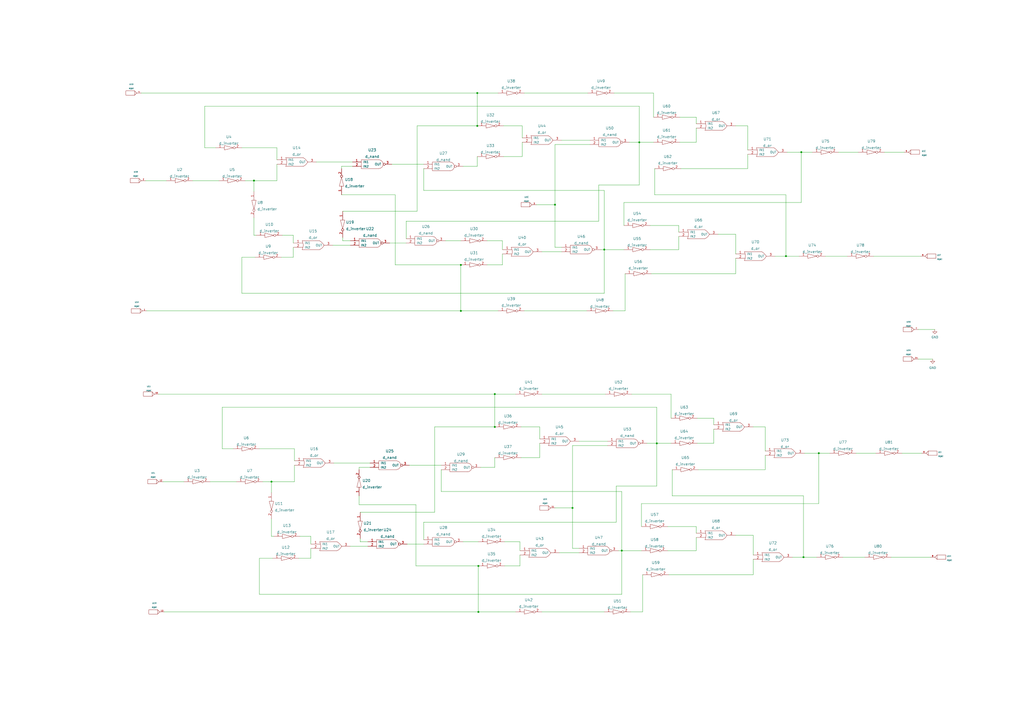
<source format=kicad_sch>
(kicad_sch (version 20211123) (generator eeschema)
  (paper "A2")
  (lib_symbols
    (symbol "eSim_Digital:d_inverter" (pin_names (offset 1.016))
      (property "Reference" "U" (at 0 -2.54 0))
      (property "Value" "d_inverter" (at 0 3.81 0))
      (symbol "d_inverter_0_1"
        (polyline (pts (xy -2.54 1.27) (xy -2.54 -1.27) (xy 2.54 0) (xy -2.54 1.27)))
      )
      (symbol "d_inverter_1_1"
        (pin input line (at -7.62 0 0) (length 5.08) (name "~") (number "1"))
        (pin output inverted (at 7.62 0 180) (length 5.08) (name "~") (number "2"))
      )
    )
    (symbol "eSim_Digital:d_nand" (pin_names (offset 1.016))
      (property "Reference" "U" (at 0 0 0))
      (property "Value" "d_nand" (at 1.27 2.54 0))
      (symbol "d_nand_0_1"
        (polyline (pts (xy 3.81 -1.27) (xy -6.35 -1.27) (xy -6.35 3.81) (xy 3.81 3.81)))
        (arc (start 3.81 -1.27) (mid 5.5897 -0.5171) (end 6.35 1.27))
        (arc (start 6.35 1.27) (mid 5.5971 3.0497) (end 3.81 3.81))
      )
      (symbol "d_nand_1_1"
        (pin input line (at -11.43 2.54 0) (length 5.08) (name "IN1") (number "1"))
        (pin input line (at -11.43 0 0) (length 5.08) (name "IN2") (number "2"))
        (pin output inverted (at 11.43 1.27 180) (length 5.08) (name "OUT") (number "3"))
      )
    )
    (symbol "eSim_Digital:d_or" (pin_names (offset 1.016))
      (property "Reference" "U" (at 0 0 0))
      (property "Value" "d_or" (at 0 2.54 0))
      (symbol "d_or_0_1"
        (arc (start -6.35 -1.27) (mid -5.7504 1.27) (end -6.35 3.81))
        (polyline (pts (xy -6.35 -1.27) (xy 3.81 -1.27)))
        (polyline (pts (xy -6.35 3.81) (xy 3.81 3.81)))
        (arc (start 3.81 -1.27) (mid 5.3181 -0.2399) (end 6.35 1.27))
        (arc (start 6.35 1.27) (mid 5.2222 2.6828) (end 3.81 3.81))
      )
      (symbol "d_or_1_1"
        (pin input line (at -11.43 2.54 0) (length 5.461) (name "IN1") (number "1"))
        (pin input line (at -11.43 0 0) (length 5.461) (name "IN2") (number "2"))
        (pin output line (at 11.43 1.27 180) (length 5.08) (name "OUT") (number "3"))
      )
    )
    (symbol "eSim_Miscellaneous:PORT" (pin_names (offset 1.016))
      (property "Reference" "U" (at 1.27 2.54 0))
      (property "Value" "PORT" (at 0 0 0))
      (symbol "PORT_0_1"
        (rectangle (start -2.54 1.27) (end 2.54 -1.27))
        (arc (start 2.54 1.27) (mid 3.1355 0.5955) (end 3.81 0))
        (arc (start 3.81 0) (mid 3.1447 -0.6046) (end 2.54 -1.27))
      )
      (symbol "PORT_1_1"
        (pin bidirectional line (at 6.35 0 180) (length 2.54) (name "~") (number "1"))
      )
      (symbol "PORT_2_1"
        (pin bidirectional line (at 6.35 0 180) (length 2.54) (name "~") (number "2"))
      )
      (symbol "PORT_3_1"
        (pin bidirectional line (at 6.35 0 180) (length 2.54) (name "~") (number "3"))
      )
      (symbol "PORT_4_1"
        (pin bidirectional line (at 6.35 0 180) (length 2.54) (name "~") (number "4"))
      )
      (symbol "PORT_5_1"
        (pin bidirectional line (at 6.35 0 180) (length 2.54) (name "~") (number "5"))
      )
      (symbol "PORT_6_1"
        (pin bidirectional line (at 6.35 0 180) (length 2.54) (name "~") (number "6"))
      )
      (symbol "PORT_7_1"
        (pin bidirectional line (at 6.35 0 180) (length 2.54) (name "~") (number "7"))
      )
      (symbol "PORT_8_1"
        (pin bidirectional line (at 6.35 0 180) (length 2.54) (name "~") (number "8"))
      )
      (symbol "PORT_9_1"
        (pin bidirectional line (at 6.35 0 180) (length 2.54) (name "~") (number "9"))
      )
      (symbol "PORT_10_1"
        (pin bidirectional line (at 6.35 0 180) (length 2.54) (name "~") (number "10"))
      )
      (symbol "PORT_11_1"
        (pin bidirectional line (at 6.35 0 180) (length 2.54) (name "~") (number "11"))
      )
      (symbol "PORT_12_1"
        (pin bidirectional line (at 6.35 0 180) (length 2.54) (name "~") (number "12"))
      )
      (symbol "PORT_13_1"
        (pin bidirectional line (at 6.35 0 180) (length 2.54) (name "~") (number "13"))
      )
      (symbol "PORT_14_1"
        (pin bidirectional line (at 6.35 0 180) (length 2.54) (name "~") (number "14"))
      )
      (symbol "PORT_15_1"
        (pin bidirectional line (at 6.35 0 180) (length 2.54) (name "~") (number "15"))
      )
      (symbol "PORT_16_1"
        (pin bidirectional line (at 6.35 0 180) (length 2.54) (name "~") (number "16"))
      )
      (symbol "PORT_17_1"
        (pin bidirectional line (at 6.35 0 180) (length 2.54) (name "~") (number "17"))
      )
      (symbol "PORT_18_1"
        (pin bidirectional line (at 6.35 0 180) (length 2.54) (name "~") (number "18"))
      )
      (symbol "PORT_19_1"
        (pin bidirectional line (at 6.35 0 180) (length 2.54) (name "~") (number "19"))
      )
      (symbol "PORT_20_1"
        (pin bidirectional line (at 6.35 0 180) (length 2.54) (name "~") (number "20"))
      )
      (symbol "PORT_21_1"
        (pin bidirectional line (at 6.35 0 180) (length 2.54) (name "~") (number "21"))
      )
      (symbol "PORT_22_1"
        (pin bidirectional line (at 6.35 0 180) (length 2.54) (name "~") (number "22"))
      )
      (symbol "PORT_23_1"
        (pin bidirectional line (at 6.35 0 180) (length 2.54) (name "~") (number "23"))
      )
      (symbol "PORT_24_1"
        (pin bidirectional line (at 6.35 0 180) (length 2.54) (name "~") (number "24"))
      )
      (symbol "PORT_25_1"
        (pin bidirectional line (at 6.35 0 180) (length 2.54) (name "~") (number "25"))
      )
      (symbol "PORT_26_1"
        (pin bidirectional line (at 6.35 0 180) (length 2.54) (name "~") (number "26"))
      )
    )
    (symbol "eSim_Power:eSim_GND" (power) (pin_names (offset 0))
      (property "Value" "eSim_GND" (at 0 -3.81 0))
      (symbol "eSim_GND_0_1"
        (polyline (pts (xy 0 0) (xy 0 -1.27) (xy 1.27 -1.27) (xy 0 -2.54) (xy -1.27 -1.27) (xy 0 -1.27)))
      )
      (symbol "eSim_GND_1_1"
        (pin power_in line (at 0 0 270) (length 0) hide (name "GND") (number "1"))
      )
    )
  )
  (junction (at 267.335 180.34))
  (junction (at 360.68 319.405))
  (junction (at 464.82 88.265))
  (junction (at 276.86 53.975))
  (junction (at 332.105 294.64))
  (junction (at 287.02 247.65))
  (junction (at 287.02 228.6))
  (junction (at 277.495 354.965))
  (junction (at 466.09 323.215))
  (junction (at 321.945 118.745))
  (junction (at 277.495 328.295))
  (junction (at 157.48 279.4))
  (junction (at 474.98 262.89))
  (junction (at 381 257.175))
  (junction (at 455.93 148.59))
  (junction (at 147.32 104.775))
  (junction (at 350.52 144.78))
  (junction (at 276.86 73.025))
  (junction (at 267.335 153.67))
  (junction (at 370.84 82.55))
  (wire (pts (xy 302.26 265.43) (xy 313.055 265.43)))
  (wire (pts (xy 84.455 104.775) (xy 96.52 104.775)))
  (wire (pts (xy 229.235 153.67) (xy 267.335 153.67)))
  (wire (pts (xy 252.095 247.65) (xy 252.095 297.18)))
  (wire (pts (xy 516.89 323.215) (xy 539.75 323.215)))
  (wire (pts (xy 85.09 180.34) (xy 267.335 180.34)))
  (wire (pts (xy 474.98 292.1) (xy 474.98 262.89)))
  (wire (pts (xy 277.495 328.295) (xy 277.495 354.965)))
  (wire (pts (xy 356.235 53.975) (xy 379.095 53.975)))
  (wire (pts (xy 486.41 88.265) (xy 497.84 88.265)))
  (wire (pts (xy 278.765 271.145) (xy 287.02 271.145)))
  (wire (pts (xy 414.02 248.92) (xy 414.02 257.175)))
  (wire (pts (xy 389.89 287.655) (xy 466.09 287.655)))
  (wire (pts (xy 128.905 236.22) (xy 128.905 260.35)))
  (wire (pts (xy 180.34 315.595) (xy 180.34 311.15)))
  (wire (pts (xy 135.255 260.35) (xy 128.905 260.35)))
  (wire (pts (xy 393.7 144.78) (xy 393.7 137.16)))
  (wire (pts (xy 387.35 319.405) (xy 403.86 319.405)))
  (wire (pts (xy 381 281.94) (xy 381 257.175)))
  (wire (pts (xy 157.48 279.4) (xy 170.815 279.4)))
  (wire (pts (xy 147.32 136.525) (xy 148.59 136.525)))
  (wire (pts (xy 332.105 318.135) (xy 332.105 294.64)))
  (wire (pts (xy 347.345 107.315) (xy 370.84 107.315)))
  (wire (pts (xy 160.655 104.775) (xy 160.655 95.25)))
  (wire (pts (xy 350.52 110.49) (xy 350.52 144.78)))
  (wire (pts (xy 198.12 96.52) (xy 198.12 97.79)))
  (wire (pts (xy 291.465 153.67) (xy 291.465 147.32)))
  (wire (pts (xy 208.28 271.145) (xy 208.28 272.415)))
  (wire (pts (xy 150.495 323.85) (xy 150.495 344.805)))
  (wire (pts (xy 203.2 316.865) (xy 213.36 316.865)))
  (wire (pts (xy 455.93 113.03) (xy 455.93 148.59)))
  (wire (pts (xy 94.615 279.4) (xy 106.68 279.4)))
  (wire (pts (xy 433.705 73.025) (xy 426.72 73.025)))
  (wire (pts (xy 157.48 311.15) (xy 158.75 311.15)))
  (wire (pts (xy 366.395 228.6) (xy 389.255 228.6)))
  (wire (pts (xy 208.915 297.18) (xy 252.095 297.18)))
  (wire (pts (xy 394.335 82.55) (xy 403.86 82.55)))
  (wire (pts (xy 393.7 134.62) (xy 393.7 130.81)))
  (wire (pts (xy 193.04 142.24) (xy 203.2 142.24)))
  (wire (pts (xy 180.34 311.15) (xy 173.99 311.15)))
  (wire (pts (xy 375.285 257.175) (xy 381 257.175)))
  (wire (pts (xy 532.765 208.28) (xy 541.02 208.28)))
  (wire (pts (xy 455.93 148.59) (xy 463.55 148.59)))
  (wire (pts (xy 464.82 117.475) (xy 464.82 88.265)))
  (wire (pts (xy 282.575 153.67) (xy 291.465 153.67)))
  (wire (pts (xy 160.655 85.725) (xy 160.655 92.71)))
  (wire (pts (xy 81.915 53.975) (xy 276.86 53.975)))
  (wire (pts (xy 365.125 82.55) (xy 370.84 82.55)))
  (wire (pts (xy 314.325 146.05) (xy 325.755 146.05)))
  (wire (pts (xy 466.09 323.215) (xy 473.71 323.215)))
  (wire (pts (xy 180.34 323.85) (xy 180.34 318.135)))
  (wire (pts (xy 443.865 247.65) (xy 436.88 247.65)))
  (wire (pts (xy 360.68 285.115) (xy 360.68 319.405)))
  (wire (pts (xy 404.495 257.175) (xy 414.02 257.175)))
  (wire (pts (xy 370.84 82.55) (xy 379.095 82.55)))
  (wire (pts (xy 170.18 149.225) (xy 170.18 143.51)))
  (wire (pts (xy 291.465 144.78) (xy 291.465 139.7)))
  (wire (pts (xy 314.325 228.6) (xy 351.155 228.6)))
  (wire (pts (xy 276.86 96.52) (xy 276.86 90.805)))
  (wire (pts (xy 208.28 292.735) (xy 241.3 292.735)))
  (wire (pts (xy 268.605 314.325) (xy 277.495 314.325)))
  (wire (pts (xy 335.915 255.905) (xy 352.425 255.905)))
  (wire (pts (xy 355.6 180.34) (xy 362.585 180.34)))
  (wire (pts (xy 198.755 139.7) (xy 203.2 139.7)))
  (wire (pts (xy 436.88 333.375) (xy 436.88 324.485)))
  (wire (pts (xy 506.73 148.59) (xy 534.035 148.59)))
  (wire (pts (xy 313.055 265.43) (xy 313.055 257.175)))
  (wire (pts (xy 403.86 67.945) (xy 403.86 71.755)))
  (wire (pts (xy 313.055 247.65) (xy 302.26 247.65)))
  (wire (pts (xy 357.505 302.895) (xy 357.505 281.94)))
  (wire (pts (xy 118.745 61.595) (xy 370.84 61.595)))
  (wire (pts (xy 377.825 158.75) (xy 426.72 158.75)))
  (wire (pts (xy 466.09 287.655) (xy 466.09 323.215)))
  (wire (pts (xy 170.815 279.4) (xy 170.815 269.875)))
  (wire (pts (xy 302.895 73.025) (xy 292.1 73.025)))
  (wire (pts (xy 198.12 113.03) (xy 229.235 113.03)))
  (wire (pts (xy 140.335 85.725) (xy 160.655 85.725)))
  (wire (pts (xy 357.505 281.94) (xy 381 281.94)))
  (wire (pts (xy 496.57 262.89) (xy 508 262.89)))
  (wire (pts (xy 193.675 268.605) (xy 214.63 268.605)))
  (wire (pts (xy 237.49 269.875) (xy 255.905 269.875)))
  (wire (pts (xy 287.02 228.6) (xy 299.085 228.6)))
  (wire (pts (xy 111.76 104.775) (xy 127 104.775)))
  (wire (pts (xy 377.19 144.78) (xy 393.7 144.78)))
  (wire (pts (xy 321.945 118.745) (xy 321.945 83.82)))
  (wire (pts (xy 321.945 83.82) (xy 342.265 83.82)))
  (wire (pts (xy 267.335 180.34) (xy 288.925 180.34)))
  (wire (pts (xy 350.52 144.78) (xy 361.95 144.78)))
  (wire (pts (xy 157.48 279.4) (xy 157.48 285.75)))
  (wire (pts (xy 324.485 320.675) (xy 335.915 320.675)))
  (wire (pts (xy 245.745 110.49) (xy 350.52 110.49)))
  (wire (pts (xy 449.58 148.59) (xy 455.93 148.59)))
  (wire (pts (xy 255.905 285.115) (xy 360.68 285.115)))
  (wire (pts (xy 332.105 294.64) (xy 332.105 258.445)))
  (wire (pts (xy 147.32 104.775) (xy 160.655 104.775)))
  (wire (pts (xy 347.345 128.27) (xy 347.345 107.315)))
  (wire (pts (xy 258.445 139.7) (xy 267.335 139.7)))
  (wire (pts (xy 292.735 328.295) (xy 301.625 328.295)))
  (wire (pts (xy 313.055 254.635) (xy 313.055 247.65)))
  (wire (pts (xy 381 236.22) (xy 381 257.175)))
  (wire (pts (xy 208.915 314.325) (xy 213.36 314.325)))
  (wire (pts (xy 302.895 80.01) (xy 302.895 73.025)))
  (wire (pts (xy 198.755 137.795) (xy 198.755 139.7)))
  (wire (pts (xy 372.11 292.1) (xy 474.98 292.1)))
  (wire (pts (xy 277.495 354.965) (xy 299.085 354.965)))
  (wire (pts (xy 523.24 262.89) (xy 534.67 262.89)))
  (wire (pts (xy 403.86 309.245) (xy 403.86 305.435)))
  (wire (pts (xy 394.335 67.945) (xy 403.86 67.945)))
  (wire (pts (xy 125.095 85.725) (xy 118.745 85.725)))
  (wire (pts (xy 370.84 107.315) (xy 370.84 82.55)))
  (wire (pts (xy 304.165 180.34) (xy 340.36 180.34)))
  (wire (pts (xy 426.72 310.515) (xy 436.88 310.515)))
  (wire (pts (xy 466.725 262.89) (xy 474.98 262.89)))
  (wire (pts (xy 301.625 314.325) (xy 292.735 314.325)))
  (wire (pts (xy 443.865 272.415) (xy 443.865 264.16)))
  (wire (pts (xy 405.13 272.415) (xy 443.865 272.415)))
  (wire (pts (xy 389.255 228.6) (xy 389.255 242.57)))
  (wire (pts (xy 229.235 113.03) (xy 229.235 153.67)))
  (wire (pts (xy 150.495 260.35) (xy 170.815 260.35)))
  (wire (pts (xy 311.15 118.745) (xy 321.945 118.745)))
  (wire (pts (xy 268.605 96.52) (xy 276.86 96.52)))
  (wire (pts (xy 426.72 158.75) (xy 426.72 149.86)))
  (wire (pts (xy 379.095 53.975) (xy 379.095 67.945)))
  (wire (pts (xy 245.745 302.895) (xy 357.505 302.895)))
  (wire (pts (xy 226.06 140.97) (xy 235.585 140.97)))
  (wire (pts (xy 325.755 143.51) (xy 321.945 143.51)))
  (wire (pts (xy 403.86 305.435) (xy 387.35 305.435)))
  (wire (pts (xy 372.745 354.965) (xy 372.745 333.375)))
  (wire (pts (xy 204.47 96.52) (xy 198.12 96.52)))
  (wire (pts (xy 152.4 279.4) (xy 157.48 279.4)))
  (wire (pts (xy 301.625 319.405) (xy 301.625 314.325)))
  (wire (pts (xy 236.22 315.595) (xy 245.745 315.595)))
  (wire (pts (xy 173.355 323.85) (xy 180.34 323.85)))
  (wire (pts (xy 157.48 300.99) (xy 157.48 311.15)))
  (wire (pts (xy 118.745 61.595) (xy 118.745 85.725)))
  (wire (pts (xy 387.985 333.375) (xy 436.88 333.375)))
  (wire (pts (xy 403.86 319.405) (xy 403.86 311.785)))
  (wire (pts (xy 95.25 354.965) (xy 277.495 354.965)))
  (wire (pts (xy 404.495 242.57) (xy 414.02 242.57)))
  (wire (pts (xy 436.88 310.515) (xy 436.88 321.945)))
  (wire (pts (xy 255.905 272.415) (xy 255.905 285.115)))
  (wire (pts (xy 403.86 74.295) (xy 403.86 82.55)))
  (wire (pts (xy 433.705 86.995) (xy 433.705 73.025)))
  (wire (pts (xy 121.92 279.4) (xy 137.16 279.4)))
  (wire (pts (xy 276.86 73.025) (xy 276.86 53.975)))
  (wire (pts (xy 276.86 73.025) (xy 241.935 73.025)))
  (wire (pts (xy 241.935 73.025) (xy 241.935 122.555)))
  (wire (pts (xy 393.7 130.81) (xy 377.19 130.81)))
  (wire (pts (xy 140.335 149.225) (xy 140.335 170.18)))
  (wire (pts (xy 474.98 262.89) (xy 481.33 262.89)))
  (wire (pts (xy 433.705 97.79) (xy 433.705 89.535)))
  (wire (pts (xy 147.955 149.225) (xy 140.335 149.225)))
  (wire (pts (xy 142.24 104.775) (xy 147.32 104.775)))
  (wire (pts (xy 332.105 258.445) (xy 352.425 258.445)))
  (wire (pts (xy 170.18 140.97) (xy 170.18 136.525)))
  (wire (pts (xy 379.73 97.79) (xy 379.73 113.03)))
  (wire (pts (xy 513.08 88.265) (xy 524.51 88.265)))
  (wire (pts (xy 416.56 135.89) (xy 426.72 135.89)))
  (wire (pts (xy 276.86 53.975) (xy 288.925 53.975)))
  (wire (pts (xy 459.74 323.215) (xy 466.09 323.215)))
  (wire (pts (xy 361.95 117.475) (xy 464.82 117.475)))
  (wire (pts (xy 235.585 138.43) (xy 235.585 128.27)))
  (wire (pts (xy 350.52 170.18) (xy 350.52 144.78)))
  (wire (pts (xy 158.115 323.85) (xy 150.495 323.85)))
  (wire (pts (xy 321.945 294.64) (xy 332.105 294.64)))
  (wire (pts (xy 325.755 81.28) (xy 342.265 81.28)))
  (wire (pts (xy 414.02 242.57) (xy 414.02 246.38)))
  (wire (pts (xy 456.565 88.265) (xy 464.82 88.265)))
  (wire (pts (xy 348.615 144.78) (xy 350.52 144.78)))
  (wire (pts (xy 147.32 126.365) (xy 147.32 136.525)))
  (wire (pts (xy 241.3 292.735) (xy 241.3 328.295)))
  (wire (pts (xy 208.915 312.42) (xy 208.915 314.325)))
  (wire (pts (xy 314.325 354.965) (xy 350.52 354.965)))
  (wire (pts (xy 381 257.175) (xy 389.255 257.175)))
  (wire (pts (xy 291.465 139.7) (xy 282.575 139.7)))
  (wire (pts (xy 365.76 354.965) (xy 372.745 354.965)))
  (wire (pts (xy 245.745 97.79) (xy 245.745 110.49)))
  (wire (pts (xy 170.18 136.525) (xy 163.83 136.525)))
  (wire (pts (xy 267.335 153.67) (xy 267.335 180.34)))
  (wire (pts (xy 208.28 287.655) (xy 208.28 292.735)))
  (wire (pts (xy 287.02 247.65) (xy 287.02 228.6)))
  (wire (pts (xy 292.1 90.805) (xy 302.895 90.805)))
  (wire (pts (xy 389.89 272.415) (xy 389.89 287.655)))
  (wire (pts (xy 287.02 271.145) (xy 287.02 265.43)))
  (wire (pts (xy 360.68 319.405) (xy 372.11 319.405)))
  (wire (pts (xy 227.33 95.25) (xy 245.745 95.25)))
  (wire (pts (xy 241.3 328.295) (xy 277.495 328.295)))
  (wire (pts (xy 183.515 93.98) (xy 204.47 93.98)))
  (wire (pts (xy 150.495 344.805) (xy 360.68 344.805)))
  (wire (pts (xy 92.075 228.6) (xy 287.02 228.6)))
  (wire (pts (xy 301.625 328.295) (xy 301.625 321.945)))
  (wire (pts (xy 370.84 61.595) (xy 370.84 82.55)))
  (wire (pts (xy 321.945 143.51) (xy 321.945 118.745)))
  (wire (pts (xy 426.72 135.89) (xy 426.72 147.32)))
  (wire (pts (xy 362.585 180.34) (xy 362.585 158.75)))
  (wire (pts (xy 128.905 236.22) (xy 381 236.22)))
  (wire (pts (xy 532.765 191.135) (xy 542.29 191.135)))
  (wire (pts (xy 394.97 97.79) (xy 433.705 97.79)))
  (wire (pts (xy 443.865 261.62) (xy 443.865 247.65)))
  (wire (pts (xy 198.755 122.555) (xy 241.935 122.555)))
  (wire (pts (xy 287.02 247.65) (xy 252.095 247.65)))
  (wire (pts (xy 478.79 148.59) (xy 491.49 148.59)))
  (wire (pts (xy 379.73 113.03) (xy 455.93 113.03)))
  (wire (pts (xy 358.775 319.405) (xy 360.68 319.405)))
  (wire (pts (xy 214.63 271.145) (xy 208.28 271.145)))
  (wire (pts (xy 170.815 260.35) (xy 170.815 267.335)))
  (wire (pts (xy 302.895 90.805) (xy 302.895 82.55)))
  (wire (pts (xy 372.11 305.435) (xy 372.11 292.1)))
  (wire (pts (xy 488.95 323.215) (xy 501.65 323.215)))
  (wire (pts (xy 235.585 128.27) (xy 347.345 128.27)))
  (wire (pts (xy 360.68 344.805) (xy 360.68 319.405)))
  (wire (pts (xy 147.32 104.775) (xy 147.32 111.125)))
  (wire (pts (xy 464.82 88.265) (xy 471.17 88.265)))
  (wire (pts (xy 163.195 149.225) (xy 170.18 149.225)))
  (wire (pts (xy 335.915 318.135) (xy 332.105 318.135)))
  (wire (pts (xy 245.745 313.055) (xy 245.745 302.895)))
  (wire (pts (xy 304.165 53.975) (xy 340.995 53.975)))
  (wire (pts (xy 140.335 170.18) (xy 350.52 170.18)))
  (wire (pts (xy 361.95 130.81) (xy 361.95 117.475)))
  (symbol (lib_id "eSim_Digital:d_nand") (at 226.06 271.145 0) (unit 1)
    (property "Reference" "U25" (at 226.06 261.62 0) (effects (font (size 1.524 1.524))))
    (property "Value" "d_nand" (at 226.06 265.43 0) (effects (font (size 1.524 1.524))))
  )
  (symbol (lib_id "eSim_Digital:d_nand") (at 347.345 320.675 0) (unit 1)
    (property "Reference" "U47" (at 347.345 311.785 0) (effects (font (size 1.524 1.524))))
    (property "Value" "d_nand" (at 347.345 315.595 0) (effects (font (size 1.524 1.524))))
  )
  (symbol (lib_id "eSim_Digital:d_inverter") (at 147.32 118.745 90) (mirror x) (unit 1)
    (property "Reference" "U8" (at 149.225 117.475 90) (effects (font (size 1.524 1.524)) (justify right)))
    (property "Value" "d_inverter" (at 149.225 121.285 90) (effects (font (size 1.524 1.524)) (justify right)))
  )
  (symbol (lib_id "eSim_Miscellaneous:PORT") (at 78.105 104.775 0) (unit 2)
    (property "Reference" "U1" (at 78.74 99.695 0) (effects (font (size 0.762 0.762))))
    (property "Value" "PORT" (at 78.74 102.235 0) (effects (font (size 0.762 0.762))))
  )
  (symbol (lib_id "eSim_Digital:d_or") (at 415.29 311.785 0) (unit 1)
    (property "Reference" "U68" (at 415.29 302.26 0) (effects (font (size 1.524 1.524))))
    (property "Value" "d_or" (at 415.29 306.07 0) (effects (font (size 1.524 1.524))))
  )
  (symbol (lib_id "eSim_Digital:d_or") (at 182.245 269.875 0) (unit 1)
    (property "Reference" "U16" (at 182.245 260.35 0) (effects (font (size 1.524 1.524))))
    (property "Value" "d_or" (at 182.245 264.16 0) (effects (font (size 1.524 1.524))))
  )
  (symbol (lib_id "eSim_Digital:d_inverter") (at 296.545 53.975 0) (unit 1)
    (property "Reference" "U38" (at 296.545 46.99 0) (effects (font (size 1.524 1.524))))
    (property "Value" "d_inverter" (at 296.545 50.8 0) (effects (font (size 1.524 1.524))))
  )
  (symbol (lib_id "eSim_Digital:d_nand") (at 224.79 316.865 0) (unit 1)
    (property "Reference" "U24" (at 224.79 307.34 0) (effects (font (size 1.524 1.524))))
    (property "Value" "d_nand" (at 224.79 311.15 0) (effects (font (size 1.524 1.524))))
  )
  (symbol (lib_id "eSim_Digital:d_nand") (at 247.015 140.97 0) (unit 1)
    (property "Reference" "U26" (at 247.015 131.445 0) (effects (font (size 1.524 1.524))))
    (property "Value" "d_nand" (at 247.015 135.255 0) (effects (font (size 1.524 1.524))))
  )
  (symbol (lib_id "eSim_Digital:d_inverter") (at 198.755 130.175 90) (mirror x) (unit 1)
    (property "Reference" "U19" (at 200.66 128.905 90) (effects (font (size 1.524 1.524)) (justify right)))
    (property "Value" "d_inverter" (at 200.66 132.715 90) (effects (font (size 1.524 1.524)) (justify right)))
  )
  (symbol (lib_id "eSim_Digital:d_inverter") (at 396.875 257.175 0) (unit 1)
    (property "Reference" "U64" (at 396.875 250.19 0) (effects (font (size 1.524 1.524))))
    (property "Value" "d_inverter" (at 396.875 254 0) (effects (font (size 1.524 1.524))))
  )
  (symbol (lib_id "eSim_Digital:d_inverter") (at 274.955 139.7 0) (unit 1)
    (property "Reference" "U30" (at 274.955 132.715 0) (effects (font (size 1.524 1.524))))
    (property "Value" "d_inverter" (at 274.955 136.525 0) (effects (font (size 1.524 1.524))))
  )
  (symbol (lib_id "eSim_Miscellaneous:PORT") (at 88.265 279.4 0) (unit 12)
    (property "Reference" "U1" (at 88.9 274.32 0) (effects (font (size 0.762 0.762))))
    (property "Value" "PORT" (at 88.9 276.86 0) (effects (font (size 0.762 0.762))))
  )
  (symbol (lib_id "eSim_Digital:d_inverter") (at 379.73 305.435 0) (unit 1)
    (property "Reference" "U57" (at 379.73 298.45 0) (effects (font (size 1.524 1.524))))
    (property "Value" "d_inverter" (at 379.73 302.26 0) (effects (font (size 1.524 1.524))))
  )
  (symbol (lib_id "eSim_Digital:d_inverter") (at 296.545 180.34 0) (unit 1)
    (property "Reference" "U39" (at 296.545 173.355 0) (effects (font (size 1.524 1.524))))
    (property "Value" "d_inverter" (at 296.545 177.165 0) (effects (font (size 1.524 1.524))))
  )
  (symbol (lib_id "eSim_Digital:d_inverter") (at 358.775 228.6 0) (unit 1)
    (property "Reference" "U52" (at 358.775 221.615 0) (effects (font (size 1.524 1.524))))
    (property "Value" "d_inverter" (at 358.775 225.425 0) (effects (font (size 1.524 1.524))))
  )
  (symbol (lib_id "eSim_Digital:d_inverter") (at 142.875 260.35 0) (unit 1)
    (property "Reference" "U6" (at 142.875 254 0) (effects (font (size 1.524 1.524))))
    (property "Value" "d_inverter" (at 142.875 257.81 0) (effects (font (size 1.524 1.524))))
  )
  (symbol (lib_id "eSim_Digital:d_or") (at 415.29 74.295 0) (unit 1)
    (property "Reference" "U67" (at 415.29 65.405 0) (effects (font (size 1.524 1.524))))
    (property "Value" "d_or" (at 415.29 69.215 0) (effects (font (size 1.524 1.524))))
  )
  (symbol (lib_id "eSim_Digital:d_or") (at 302.895 147.32 0) (unit 1)
    (property "Reference" "U40" (at 302.895 137.795 0) (effects (font (size 1.524 1.524))))
    (property "Value" "d_or" (at 302.895 141.605 0) (effects (font (size 1.524 1.524))))
  )
  (symbol (lib_id "eSim_Digital:d_inverter") (at 294.64 265.43 0) (unit 1)
    (property "Reference" "U37" (at 294.64 259.08 0) (effects (font (size 1.524 1.524))))
    (property "Value" "d_inverter" (at 294.64 262.89 0) (effects (font (size 1.524 1.524))))
  )
  (symbol (lib_id "eSim_Digital:d_nand") (at 214.63 142.24 0) (unit 1)
    (property "Reference" "U22" (at 214.63 132.715 0) (effects (font (size 1.524 1.524))))
    (property "Value" "d_nand" (at 214.63 136.525 0) (effects (font (size 1.524 1.524))))
  )
  (symbol (lib_id "eSim_Power:eSim_GND") (at 542.29 191.135 0) (unit 1)
    (property "Reference" "#PWR02" (effects hide))
    (property "Value" "eSim_GND" (at 542.29 195.58 0))
  )
  (symbol (lib_id "eSim_Digital:d_inverter") (at 155.575 149.225 0) (unit 1)
    (property "Reference" "U9" (at 155.575 142.875 0) (effects (font (size 1.524 1.524))))
    (property "Value" "d_inverter" (at 155.575 146.685 0) (effects (font (size 1.524 1.524))))
  )
  (symbol (lib_id "eSim_Digital:d_inverter") (at 386.715 67.945 0) (unit 1)
    (property "Reference" "U60" (at 386.715 61.595 0) (effects (font (size 1.524 1.524))))
    (property "Value" "d_inverter" (at 386.715 65.405 0) (effects (font (size 1.524 1.524))))
  )
  (symbol (lib_id "eSim_Digital:d_or") (at 172.085 95.25 0) (unit 1)
    (property "Reference" "U14" (at 172.085 85.725 0) (effects (font (size 1.524 1.524))))
    (property "Value" "d_or" (at 172.085 89.535 0) (effects (font (size 1.524 1.524))))
  )
  (symbol (lib_id "eSim_Miscellaneous:PORT") (at 546.1 323.215 0) (mirror y) (unit 8)
    (property "Reference" "U1" (at 549.275 322.58 0) (effects (font (size 0.762 0.762)) (justify right)))
    (property "Value" "PORT" (at 549.275 325.12 0) (effects (font (size 0.762 0.762)) (justify right)))
  )
  (symbol (lib_id "eSim_Digital:d_inverter") (at 505.46 88.265 0) (unit 1)
    (property "Reference" "U79" (at 505.46 81.915 0) (effects (font (size 1.524 1.524))))
    (property "Value" "d_inverter" (at 505.46 85.725 0) (effects (font (size 1.524 1.524))))
  )
  (symbol (lib_id "eSim_Digital:d_inverter") (at 306.705 354.965 0) (unit 1)
    (property "Reference" "U42" (at 306.705 347.98 0) (effects (font (size 1.524 1.524))))
    (property "Value" "d_inverter" (at 306.705 351.79 0) (effects (font (size 1.524 1.524))))
  )
  (symbol (lib_id "eSim_Miscellaneous:PORT") (at 88.9 354.965 0) (unit 13)
    (property "Reference" "U1" (at 89.535 349.885 0) (effects (font (size 0.762 0.762))))
    (property "Value" "PORT" (at 89.535 352.425 0) (effects (font (size 0.762 0.762))))
  )
  (symbol (lib_id "eSim_Digital:d_inverter") (at 274.955 153.67 0) (unit 1)
    (property "Reference" "U31" (at 274.955 146.685 0) (effects (font (size 1.524 1.524))))
    (property "Value" "d_inverter" (at 274.955 150.495 0) (effects (font (size 1.524 1.524))))
  )
  (symbol (lib_id "eSim_Digital:d_inverter") (at 348.615 53.975 0) (unit 1)
    (property "Reference" "U49" (at 348.615 46.99 0) (effects (font (size 1.524 1.524))))
    (property "Value" "d_inverter" (at 348.615 50.8 0) (effects (font (size 1.524 1.524))))
  )
  (symbol (lib_id "eSim_Digital:d_or") (at 445.135 89.535 0) (unit 1)
    (property "Reference" "U71" (at 445.135 80.645 0) (effects (font (size 1.524 1.524))))
    (property "Value" "d_or" (at 445.135 84.455 0) (effects (font (size 1.524 1.524))))
  )
  (symbol (lib_id "eSim_Digital:d_or") (at 314.325 82.55 0) (unit 1)
    (property "Reference" "U44" (at 314.325 73.025 0) (effects (font (size 1.524 1.524))))
    (property "Value" "d_or" (at 314.325 76.835 0) (effects (font (size 1.524 1.524))))
  )
  (symbol (lib_id "eSim_Miscellaneous:PORT") (at 85.725 228.6 0) (unit 10)
    (property "Reference" "U1" (at 86.36 224.155 0) (effects (font (size 0.762 0.762))))
    (property "Value" "PORT" (at 86.36 226.695 0) (effects (font (size 0.762 0.762))))
  )
  (symbol (lib_id "eSim_Digital:d_inverter") (at 481.33 323.215 0) (unit 1)
    (property "Reference" "U76" (at 481.33 316.865 0) (effects (font (size 1.524 1.524))))
    (property "Value" "d_inverter" (at 481.33 320.675 0) (effects (font (size 1.524 1.524))))
  )
  (symbol (lib_id "eSim_Digital:d_or") (at 313.055 321.945 0) (unit 1)
    (property "Reference" "U43" (at 313.055 312.42 0) (effects (font (size 1.524 1.524))))
    (property "Value" "d_or" (at 313.055 316.23 0) (effects (font (size 1.524 1.524))))
  )
  (symbol (lib_id "eSim_Miscellaneous:PORT") (at 315.595 294.64 0) (unit 11)
    (property "Reference" "U1" (at 316.23 289.56 0) (effects (font (size 0.762 0.762))))
    (property "Value" "PORT" (at 316.23 292.1 0) (effects (font (size 0.762 0.762))))
  )
  (symbol (lib_id "eSim_Miscellaneous:PORT") (at 75.565 53.975 0) (unit 4)
    (property "Reference" "U1" (at 76.2 48.895 0) (effects (font (size 0.762 0.762))))
    (property "Value" "PORT" (at 76.2 51.435 0) (effects (font (size 0.762 0.762))))
  )
  (symbol (lib_id "eSim_Digital:d_inverter") (at 386.715 82.55 0) (unit 1)
    (property "Reference" "U61" (at 386.715 75.565 0) (effects (font (size 1.524 1.524))))
    (property "Value" "d_inverter" (at 386.715 79.375 0) (effects (font (size 1.524 1.524))))
  )
  (symbol (lib_id "eSim_Digital:d_inverter") (at 294.64 247.65 0) (unit 1)
    (property "Reference" "U36" (at 294.64 241.3 0) (effects (font (size 1.524 1.524))))
    (property "Value" "d_inverter" (at 294.64 245.11 0) (effects (font (size 1.524 1.524))))
  )
  (symbol (lib_id "eSim_Digital:d_nand") (at 353.695 83.82 0) (unit 1)
    (property "Reference" "U50" (at 353.695 74.295 0) (effects (font (size 1.524 1.524))))
    (property "Value" "d_nand" (at 353.695 78.105 0) (effects (font (size 1.524 1.524))))
  )
  (symbol (lib_id "eSim_Digital:d_nand") (at 267.335 272.415 0) (unit 1)
    (property "Reference" "U29" (at 267.335 263.525 0) (effects (font (size 1.524 1.524))))
    (property "Value" "d_nand" (at 267.335 267.335 0) (effects (font (size 1.524 1.524))))
  )
  (symbol (lib_id "eSim_Digital:d_inverter") (at 379.73 319.405 0) (unit 1)
    (property "Reference" "U58" (at 379.73 313.055 0) (effects (font (size 1.524 1.524))))
    (property "Value" "d_inverter" (at 379.73 316.865 0) (effects (font (size 1.524 1.524))))
  )
  (symbol (lib_id "eSim_Digital:d_inverter") (at 114.3 279.4 0) (unit 1)
    (property "Reference" "U3" (at 114.3 273.05 0) (effects (font (size 1.524 1.524))))
    (property "Value" "d_inverter" (at 114.3 276.86 0) (effects (font (size 1.524 1.524))))
  )
  (symbol (lib_id "eSim_Miscellaneous:PORT") (at 540.385 148.59 0) (mirror y) (unit 6)
    (property "Reference" "U1" (at 543.56 147.955 0) (effects (font (size 0.762 0.762)) (justify right)))
    (property "Value" "PORT" (at 543.56 150.495 0) (effects (font (size 0.762 0.762)) (justify right)))
  )
  (symbol (lib_id "eSim_Miscellaneous:PORT") (at 541.02 262.89 0) (mirror y) (unit 9)
    (property "Reference" "U1" (at 544.195 262.255 0) (effects (font (size 0.762 0.762)) (justify right)))
    (property "Value" "PORT" (at 544.195 264.795 0) (effects (font (size 0.762 0.762)) (justify right)))
  )
  (symbol (lib_id "eSim_Miscellaneous:PORT") (at 530.86 88.265 0) (mirror y) (unit 5)
    (property "Reference" "U1" (at 534.67 87.63 0) (effects (font (size 0.762 0.762)) (justify right)))
    (property "Value" "PORT" (at 534.67 90.17 0) (effects (font (size 0.762 0.762)) (justify right)))
  )
  (symbol (lib_id "eSim_Digital:d_inverter") (at 478.79 88.265 0) (unit 1)
    (property "Reference" "U75" (at 478.79 81.915 0) (effects (font (size 1.524 1.524))))
    (property "Value" "d_inverter" (at 478.79 85.725 0) (effects (font (size 1.524 1.524))))
  )
  (symbol (lib_id "eSim_Digital:d_inverter") (at 157.48 293.37 90) (mirror x) (unit 1)
    (property "Reference" "U11" (at 159.385 292.1 90) (effects (font (size 1.524 1.524)) (justify right)))
    (property "Value" "d_inverter" (at 159.385 295.91 90) (effects (font (size 1.524 1.524)) (justify right)))
  )
  (symbol (lib_id "eSim_Miscellaneous:PORT") (at 304.8 118.745 0) (unit 3)
    (property "Reference" "U1" (at 305.435 114.3 0) (effects (font (size 0.762 0.762))))
    (property "Value" "PORT" (at 305.435 116.84 0) (effects (font (size 0.762 0.762))))
  )
  (symbol (lib_id "eSim_Digital:d_or") (at 181.61 143.51 0) (unit 1)
    (property "Reference" "U15" (at 181.61 133.985 0) (effects (font (size 1.524 1.524))))
    (property "Value" "d_or" (at 181.61 137.795 0) (effects (font (size 1.524 1.524))))
  )
  (symbol (lib_id "eSim_Digital:d_inverter") (at 515.62 262.89 0) (unit 1)
    (property "Reference" "U81" (at 515.62 256.54 0) (effects (font (size 1.524 1.524))))
    (property "Value" "d_inverter" (at 515.62 260.35 0) (effects (font (size 1.524 1.524))))
  )
  (symbol (lib_id "eSim_Digital:d_inverter") (at 397.51 272.415 0) (unit 1)
    (property "Reference" "U65" (at 397.51 265.43 0) (effects (font (size 1.524 1.524))))
    (property "Value" "d_inverter" (at 397.51 269.24 0) (effects (font (size 1.524 1.524))))
  )
  (symbol (lib_id "eSim_Digital:d_inverter") (at 285.115 328.295 0) (unit 1)
    (property "Reference" "U35" (at 285.115 321.31 0) (effects (font (size 1.524 1.524))))
    (property "Value" "d_inverter" (at 285.115 325.12 0) (effects (font (size 1.524 1.524))))
  )
  (symbol (lib_id "eSim_Digital:d_inverter") (at 396.875 242.57 0) (unit 1)
    (property "Reference" "U63" (at 396.875 236.22 0) (effects (font (size 1.524 1.524))))
    (property "Value" "d_inverter" (at 396.875 240.03 0) (effects (font (size 1.524 1.524))))
  )
  (symbol (lib_id "eSim_Digital:d_inverter") (at 347.98 180.34 0) (unit 1)
    (property "Reference" "U48" (at 347.98 173.99 0) (effects (font (size 1.524 1.524))))
    (property "Value" "d_inverter" (at 347.98 177.8 0) (effects (font (size 1.524 1.524))))
  )
  (symbol (lib_id "eSim_Digital:d_inverter") (at 499.11 148.59 0) (unit 1)
    (property "Reference" "U78" (at 499.11 142.24 0) (effects (font (size 1.524 1.524))))
    (property "Value" "d_inverter" (at 499.11 146.05 0) (effects (font (size 1.524 1.524))))
  )
  (symbol (lib_id "eSim_Digital:d_nand") (at 337.185 146.05 0) (unit 1)
    (property "Reference" "U46" (at 337.185 137.16 0) (effects (font (size 1.524 1.524))))
    (property "Value" "d_nand" (at 337.185 140.97 0) (effects (font (size 1.524 1.524))))
  )
  (symbol (lib_id "eSim_Digital:d_inverter") (at 285.115 314.325 0) (unit 1)
    (property "Reference" "U34" (at 285.115 307.34 0) (effects (font (size 1.524 1.524))))
    (property "Value" "d_inverter" (at 285.115 311.15 0) (effects (font (size 1.524 1.524))))
  )
  (symbol (lib_id "eSim_Digital:d_inverter") (at 166.37 311.15 0) (unit 1)
    (property "Reference" "U13" (at 166.37 304.8 0) (effects (font (size 1.524 1.524))))
    (property "Value" "d_inverter" (at 166.37 308.61 0) (effects (font (size 1.524 1.524))))
  )
  (symbol (lib_id "eSim_Miscellaneous:PORT") (at 78.74 180.34 0) (unit 1)
    (property "Reference" "U1" (at 79.375 175.26 0) (effects (font (size 0.762 0.762))))
    (property "Value" "PORT" (at 79.375 177.8 0) (effects (font (size 0.762 0.762))))
  )
  (symbol (lib_id "eSim_Digital:d_inverter") (at 471.17 148.59 0) (unit 1)
    (property "Reference" "U74" (at 471.17 142.24 0) (effects (font (size 1.524 1.524))))
    (property "Value" "d_inverter" (at 471.17 146.05 0) (effects (font (size 1.524 1.524))))
  )
  (symbol (lib_id "eSim_Digital:d_inverter") (at 134.62 104.775 0) (unit 1)
    (property "Reference" "U5" (at 134.62 98.425 0) (effects (font (size 1.524 1.524))))
    (property "Value" "d_inverter" (at 134.62 102.235 0) (effects (font (size 1.524 1.524))))
  )
  (symbol (lib_id "eSim_Digital:d_nand") (at 257.175 315.595 0) (unit 1)
    (property "Reference" "U28" (at 257.175 306.07 0) (effects (font (size 1.524 1.524))))
    (property "Value" "d_nand" (at 257.175 309.88 0) (effects (font (size 1.524 1.524))))
  )
  (symbol (lib_id "eSim_Digital:d_nand") (at 363.855 258.445 0) (unit 1)
    (property "Reference" "U53" (at 363.855 248.92 0) (effects (font (size 1.524 1.524))))
    (property "Value" "d_nand" (at 363.855 252.73 0) (effects (font (size 1.524 1.524))))
  )
  (symbol (lib_id "eSim_Digital:d_inverter") (at 144.78 279.4 0) (unit 1)
    (property "Reference" "U7" (at 144.78 273.05 0) (effects (font (size 1.524 1.524))))
    (property "Value" "d_inverter" (at 144.78 276.86 0) (effects (font (size 1.524 1.524))))
  )
  (symbol (lib_id "eSim_Digital:d_inverter") (at 369.57 130.81 0) (unit 1)
    (property "Reference" "U54" (at 369.57 123.825 0) (effects (font (size 1.524 1.524))))
    (property "Value" "d_inverter" (at 369.57 127.635 0) (effects (font (size 1.524 1.524))))
  )
  (symbol (lib_id "eSim_Digital:d_inverter") (at 208.915 304.8 90) (mirror x) (unit 1)
    (property "Reference" "U21" (at 210.82 303.53 90) (effects (font (size 1.524 1.524)) (justify right)))
    (property "Value" "d_inverter" (at 210.82 307.34 90) (effects (font (size 1.524 1.524)) (justify right)))
  )
  (symbol (lib_id "eSim_Digital:d_nand") (at 257.175 97.79 0) (unit 1)
    (property "Reference" "U27" (at 257.175 88.9 0) (effects (font (size 1.524 1.524))))
    (property "Value" "d_nand" (at 257.175 92.71 0) (effects (font (size 1.524 1.524))))
  )
  (symbol (lib_id "eSim_Digital:d_or") (at 448.31 324.485 0) (unit 1)
    (property "Reference" "U72" (at 448.31 314.96 0) (effects (font (size 1.524 1.524))))
    (property "Value" "d_or" (at 448.31 318.77 0) (effects (font (size 1.524 1.524))))
  )
  (symbol (lib_id "eSim_Digital:d_or") (at 455.295 264.16 0) (unit 1)
    (property "Reference" "U73" (at 455.295 255.27 0) (effects (font (size 1.524 1.524))))
    (property "Value" "d_or" (at 455.295 259.08 0) (effects (font (size 1.524 1.524))))
  )
  (symbol (lib_id "eSim_Digital:d_inverter") (at 369.57 144.78 0) (unit 1)
    (property "Reference" "U55" (at 369.57 138.43 0) (effects (font (size 1.524 1.524))))
    (property "Value" "d_inverter" (at 369.57 142.24 0) (effects (font (size 1.524 1.524))))
  )
  (symbol (lib_id "eSim_Digital:d_or") (at 324.485 257.175 0) (unit 1)
    (property "Reference" "U45" (at 324.485 247.65 0) (effects (font (size 1.524 1.524))))
    (property "Value" "d_or" (at 324.485 251.46 0) (effects (font (size 1.524 1.524))))
  )
  (symbol (lib_id "eSim_Digital:d_inverter") (at 198.12 105.41 90) (unit 1)
    (property "Reference" "U18" (at 200.025 104.14 90) (effects (font (size 1.524 1.524)) (justify right)))
    (property "Value" "d_inverter" (at 200.025 107.95 90) (effects (font (size 1.524 1.524)) (justify right)))
  )
  (symbol (lib_id "eSim_Digital:d_nand") (at 215.9 96.52 0) (unit 1)
    (property "Reference" "U23" (at 215.9 86.995 0) (effects (font (size 1.524 1.524))))
    (property "Value" "d_nand" (at 215.9 90.805 0) (effects (font (size 1.524 1.524))))
  )
  (symbol (lib_id "eSim_Digital:d_or") (at 425.45 248.92 0) (unit 1)
    (property "Reference" "U69" (at 425.45 240.03 0) (effects (font (size 1.524 1.524))))
    (property "Value" "d_or" (at 425.45 243.84 0) (effects (font (size 1.524 1.524))))
  )
  (symbol (lib_id "eSim_Digital:d_inverter") (at 132.715 85.725 0) (unit 1)
    (property "Reference" "U4" (at 132.715 79.375 0) (effects (font (size 1.524 1.524))))
    (property "Value" "d_inverter" (at 132.715 83.185 0) (effects (font (size 1.524 1.524))))
  )
  (symbol (lib_id "eSim_Digital:d_or") (at 405.13 137.16 0) (unit 1)
    (property "Reference" "U66" (at 405.13 127.635 0) (effects (font (size 1.524 1.524))))
    (property "Value" "d_or" (at 405.13 131.445 0) (effects (font (size 1.524 1.524))))
  )
  (symbol (lib_id "eSim_Digital:d_or") (at 438.15 149.86 0) (unit 1)
    (property "Reference" "U70" (at 438.15 140.335 0) (effects (font (size 1.524 1.524))))
    (property "Value" "d_or" (at 438.15 144.145 0) (effects (font (size 1.524 1.524))))
  )
  (symbol (lib_id "eSim_Digital:d_inverter") (at 156.21 136.525 0) (unit 1)
    (property "Reference" "U10" (at 156.21 130.175 0) (effects (font (size 1.524 1.524))))
    (property "Value" "d_inverter" (at 156.21 133.985 0) (effects (font (size 1.524 1.524))))
  )
  (symbol (lib_id "eSim_Digital:d_inverter") (at 380.365 333.375 0) (unit 1)
    (property "Reference" "U59" (at 380.365 326.39 0) (effects (font (size 1.524 1.524))))
    (property "Value" "d_inverter" (at 380.365 330.2 0) (effects (font (size 1.524 1.524))))
  )
  (symbol (lib_id "eSim_Power:eSim_GND") (at 541.02 208.28 0) (unit 1)
    (property "Reference" "#PWR01" (effects hide))
    (property "Value" "eSim_GND" (at 541.02 213.36 0))
  )
  (symbol (lib_id "eSim_Miscellaneous:PORT") (at 526.415 208.28 0) (unit 14)
    (property "Reference" "U1" (at 527.05 203.2 0) (effects (font (size 0.762 0.762))))
    (property "Value" "PORT" (at 527.05 205.74 0) (effects (font (size 0.762 0.762))))
  )
  (symbol (lib_id "eSim_Digital:d_inverter") (at 165.735 323.85 0) (unit 1)
    (property "Reference" "U12" (at 165.735 317.5 0) (effects (font (size 1.524 1.524))))
    (property "Value" "d_inverter" (at 165.735 321.31 0) (effects (font (size 1.524 1.524))))
  )
  (symbol (lib_id "eSim_Digital:d_inverter") (at 208.28 280.035 90) (unit 1)
    (property "Reference" "U20" (at 210.185 278.765 90) (effects (font (size 1.524 1.524)) (justify right)))
    (property "Value" "d_inverter" (at 210.185 282.575 90) (effects (font (size 1.524 1.524)) (justify right)))
  )
  (symbol (lib_id "eSim_Digital:d_inverter") (at 488.95 262.89 0) (unit 1)
    (property "Reference" "U77" (at 488.95 256.54 0) (effects (font (size 1.524 1.524))))
    (property "Value" "d_inverter" (at 488.95 260.35 0) (effects (font (size 1.524 1.524))))
  )
  (symbol (lib_id "eSim_Miscellaneous:PORT") (at 526.415 191.135 0) (unit 7)
    (property "Reference" "U1" (at 527.05 186.69 0) (effects (font (size 0.762 0.762))))
    (property "Value" "PORT" (at 527.05 189.23 0) (effects (font (size 0.762 0.762))))
  )
  (symbol (lib_id "eSim_Digital:d_inverter") (at 509.27 323.215 0) (unit 1)
    (property "Reference" "U80" (at 509.27 316.865 0) (effects (font (size 1.524 1.524))))
    (property "Value" "d_inverter" (at 509.27 320.675 0) (effects (font (size 1.524 1.524))))
  )
  (symbol (lib_id "eSim_Digital:d_or") (at 191.77 318.135 0) (unit 1)
    (property "Reference" "U17" (at 191.77 308.61 0) (effects (font (size 1.524 1.524))))
    (property "Value" "d_or" (at 191.77 312.42 0) (effects (font (size 1.524 1.524))))
  )
  (symbol (lib_id "eSim_Digital:d_inverter") (at 358.14 354.965 0) (unit 1)
    (property "Reference" "U51" (at 358.14 348.615 0) (effects (font (size 1.524 1.524))))
    (property "Value" "d_inverter" (at 358.14 352.425 0) (effects (font (size 1.524 1.524))))
  )
  (symbol (lib_id "eSim_Digital:d_inverter") (at 387.35 97.79 0) (unit 1)
    (property "Reference" "U62" (at 387.35 90.805 0) (effects (font (size 1.524 1.524))))
    (property "Value" "d_inverter" (at 387.35 94.615 0) (effects (font (size 1.524 1.524))))
  )
  (symbol (lib_id "eSim_Digital:d_inverter") (at 306.705 228.6 0) (unit 1)
    (property "Reference" "U41" (at 306.705 221.615 0) (effects (font (size 1.524 1.524))))
    (property "Value" "d_inverter" (at 306.705 225.425 0) (effects (font (size 1.524 1.524))))
  )
  (symbol (lib_id "eSim_Digital:d_inverter") (at 104.14 104.775 0) (unit 1)
    (property "Reference" "U2" (at 104.14 98.425 0) (effects (font (size 1.524 1.524))))
    (property "Value" "d_inverter" (at 104.14 102.235 0) (effects (font (size 1.524 1.524))))
  )
  (symbol (lib_id "eSim_Digital:d_inverter") (at 370.205 158.75 0) (unit 1)
    (property "Reference" "U56" (at 370.205 151.765 0) (effects (font (size 1.524 1.524))))
    (property "Value" "d_inverter" (at 370.205 155.575 0) (effects (font (size 1.524 1.524))))
  )
  (symbol (lib_id "eSim_Digital:d_inverter") (at 284.48 73.025 0) (unit 1)
    (property "Reference" "U32" (at 284.48 66.675 0) (effects (font (size 1.524 1.524))))
    (property "Value" "d_inverter" (at 284.48 70.485 0) (effects (font (size 1.524 1.524))))
  )
  (symbol (lib_id "eSim_Digital:d_inverter") (at 284.48 90.805 0) (unit 1)
    (property "Reference" "U33" (at 284.48 84.455 0) (effects (font (size 1.524 1.524))))
    (property "Value" "d_inverter" (at 284.48 88.265 0) (effects (font (size 1.524 1.524))))
  )
)
</source>
